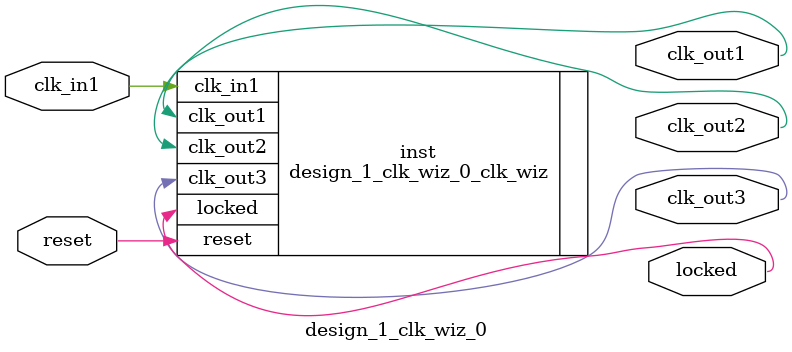
<source format=v>


`timescale 1ps/1ps

(* CORE_GENERATION_INFO = "design_1_clk_wiz_0,clk_wiz_v6_0_11_0_0,{component_name=design_1_clk_wiz_0,use_phase_alignment=true,use_min_o_jitter=false,use_max_i_jitter=false,use_dyn_phase_shift=false,use_inclk_switchover=false,use_dyn_reconfig=false,enable_axi=0,feedback_source=FDBK_AUTO,PRIMITIVE=MMCM,num_out_clk=3,clkin1_period=8.000,clkin2_period=10.000,use_power_down=false,use_reset=true,use_locked=true,use_inclk_stopped=false,feedback_type=SINGLE,CLOCK_MGR_TYPE=NA,manual_override=false}" *)

module design_1_clk_wiz_0 
 (
  // Clock out ports
  output        clk_out1,
  output        clk_out2,
  output        clk_out3,
  // Status and control signals
  input         reset,
  output        locked,
 // Clock in ports
  input         clk_in1
 );

  design_1_clk_wiz_0_clk_wiz inst
  (
  // Clock out ports  
  .clk_out1(clk_out1),
  .clk_out2(clk_out2),
  .clk_out3(clk_out3),
  // Status and control signals               
  .reset(reset), 
  .locked(locked),
 // Clock in ports
  .clk_in1(clk_in1)
  );

endmodule

</source>
